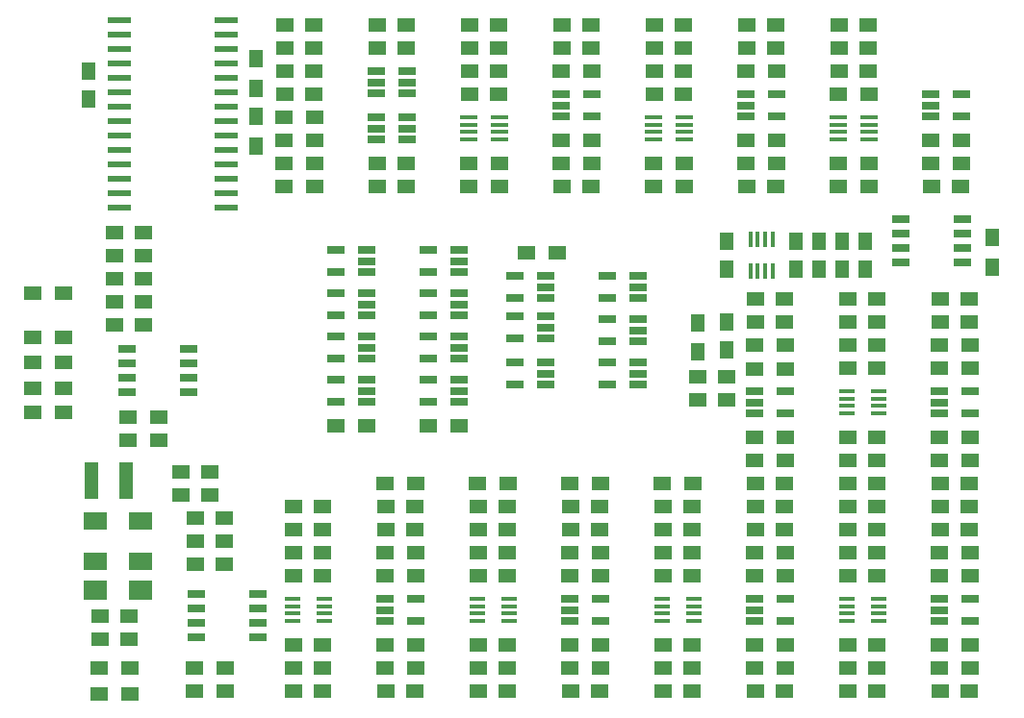
<source format=gbr>
G04 #@! TF.FileFunction,Paste,Bot*
%FSLAX46Y46*%
G04 Gerber Fmt 4.6, Leading zero omitted, Abs format (unit mm)*
G04 Created by KiCad (PCBNEW 4.0.6) date 04/24/18 14:39:14*
%MOMM*%
%LPD*%
G01*
G04 APERTURE LIST*
%ADD10C,0.100000*%
%ADD11R,1.500000X1.300000*%
%ADD12R,1.560000X0.650000*%
%ADD13R,1.400000X0.400000*%
%ADD14R,1.500000X1.250000*%
%ADD15R,2.000000X1.600000*%
%ADD16R,1.250000X1.500000*%
%ADD17R,1.200000X3.300000*%
%ADD18R,2.000000X1.700000*%
%ADD19R,1.300000X1.500000*%
%ADD20R,1.550000X0.650000*%
%ADD21R,0.400000X1.400000*%
%ADD22R,1.560000X0.400000*%
%ADD23R,2.000000X0.600000*%
G04 APERTURE END LIST*
D10*
D11*
X68914000Y55880000D03*
X66214000Y55880000D03*
D12*
X33702000Y62042000D03*
X33702000Y62992000D03*
X33702000Y63942000D03*
X36402000Y63942000D03*
X36402000Y62042000D03*
X36402000Y62992000D03*
D13*
X42542000Y15540000D03*
X42542000Y16180000D03*
X42542000Y16840000D03*
X42542000Y17480000D03*
X45342000Y17480000D03*
X45342000Y16840000D03*
X45342000Y16180000D03*
X45342000Y15540000D03*
D14*
X28936000Y13462000D03*
X26436000Y13462000D03*
D15*
X8922000Y20828000D03*
X12922000Y20828000D03*
X8922000Y24384000D03*
X12922000Y24384000D03*
D14*
X9418000Y13970000D03*
X11918000Y13970000D03*
X9418000Y16002000D03*
X11918000Y16002000D03*
D16*
X74676000Y46502000D03*
X74676000Y49002000D03*
X76708000Y46502000D03*
X76708000Y49002000D03*
D14*
X34564000Y25654000D03*
X37064000Y25654000D03*
X37064000Y23622000D03*
X34564000Y23622000D03*
X28936000Y9398000D03*
X26436000Y9398000D03*
X26436000Y25654000D03*
X28936000Y25654000D03*
X26436000Y23622000D03*
X28936000Y23622000D03*
X28936000Y21590000D03*
X26436000Y21590000D03*
X28936000Y19558000D03*
X26436000Y19558000D03*
X28936000Y11430000D03*
X26436000Y11430000D03*
X50820000Y25654000D03*
X53320000Y25654000D03*
X53320000Y23622000D03*
X50820000Y23622000D03*
X45192000Y9398000D03*
X42692000Y9398000D03*
X42692000Y25654000D03*
X45192000Y25654000D03*
X42692000Y23622000D03*
X45192000Y23622000D03*
X45192000Y21590000D03*
X42692000Y21590000D03*
X45192000Y19558000D03*
X42692000Y19558000D03*
X45192000Y13462000D03*
X42692000Y13462000D03*
X45192000Y11430000D03*
X42692000Y11430000D03*
X67076000Y25654000D03*
X69576000Y25654000D03*
X69576000Y23622000D03*
X67076000Y23622000D03*
X61448000Y9398000D03*
X58948000Y9398000D03*
X58948000Y25654000D03*
X61448000Y25654000D03*
X58948000Y23622000D03*
X61448000Y23622000D03*
X61448000Y21590000D03*
X58948000Y21590000D03*
X61448000Y19558000D03*
X58948000Y19558000D03*
X61448000Y13462000D03*
X58948000Y13462000D03*
X61448000Y11430000D03*
X58948000Y11430000D03*
X83332000Y25654000D03*
X85832000Y25654000D03*
X85832000Y23622000D03*
X83332000Y23622000D03*
X77704000Y9398000D03*
X75204000Y9398000D03*
X75204000Y25654000D03*
X77704000Y25654000D03*
X75204000Y23622000D03*
X77704000Y23622000D03*
X77704000Y21590000D03*
X75204000Y21590000D03*
X77704000Y19558000D03*
X75204000Y19558000D03*
X77704000Y13462000D03*
X75204000Y13462000D03*
X77704000Y11430000D03*
X75204000Y11430000D03*
X67076000Y43942000D03*
X69576000Y43942000D03*
X69576000Y41910000D03*
X67076000Y41910000D03*
X64496000Y35052000D03*
X61996000Y35052000D03*
X64496000Y37084000D03*
X61996000Y37084000D03*
D16*
X64516000Y39390000D03*
X64516000Y41890000D03*
X61976000Y41763000D03*
X61976000Y39263000D03*
X64516000Y46502000D03*
X64516000Y49002000D03*
X70612000Y46502000D03*
X70612000Y49002000D03*
X72644000Y46502000D03*
X72644000Y49002000D03*
D14*
X83332000Y43942000D03*
X85832000Y43942000D03*
X85832000Y41910000D03*
X83332000Y41910000D03*
X75204000Y27686000D03*
X77704000Y27686000D03*
X75204000Y43942000D03*
X77704000Y43942000D03*
X75204000Y41910000D03*
X77704000Y41910000D03*
X77704000Y39878000D03*
X75204000Y39878000D03*
X77704000Y37846000D03*
X75204000Y37846000D03*
X75204000Y31750000D03*
X77704000Y31750000D03*
X75204000Y29718000D03*
X77704000Y29718000D03*
X66314000Y68072000D03*
X68814000Y68072000D03*
X68814000Y66040000D03*
X66314000Y66040000D03*
X76942000Y66040000D03*
X74442000Y66040000D03*
X74442000Y68072000D03*
X76942000Y68072000D03*
X74442000Y64008000D03*
X76942000Y64008000D03*
X60686000Y61976000D03*
X58186000Y61976000D03*
X52558000Y68072000D03*
X50058000Y68072000D03*
X60686000Y66040000D03*
X58186000Y66040000D03*
X58186000Y68072000D03*
X60686000Y68072000D03*
X58186000Y64008000D03*
X60686000Y64008000D03*
X44430000Y61976000D03*
X41930000Y61976000D03*
X41930000Y64008000D03*
X44430000Y64008000D03*
X44430000Y66040000D03*
X41930000Y66040000D03*
X41930000Y68072000D03*
X44430000Y68072000D03*
X52558000Y66040000D03*
X50058000Y66040000D03*
X36302000Y68072000D03*
X33802000Y68072000D03*
X36302000Y66040000D03*
X33802000Y66040000D03*
X36302000Y55880000D03*
X33802000Y55880000D03*
X36302000Y53848000D03*
X33802000Y53848000D03*
X25674000Y68072000D03*
X28174000Y68072000D03*
X25674000Y66040000D03*
X28174000Y66040000D03*
X25674000Y64008000D03*
X28174000Y64008000D03*
X25674000Y61976000D03*
X28174000Y61976000D03*
X13188000Y49784000D03*
X10688000Y49784000D03*
X13188000Y47752000D03*
X10688000Y47752000D03*
X13188000Y45720000D03*
X10688000Y45720000D03*
X13188000Y43688000D03*
X10688000Y43688000D03*
X13188000Y41656000D03*
X10688000Y41656000D03*
X19030000Y28702000D03*
X16530000Y28702000D03*
X19030000Y26670000D03*
X16530000Y26670000D03*
X20300000Y24638000D03*
X17800000Y24638000D03*
X20300000Y22606000D03*
X17800000Y22606000D03*
X20300000Y20574000D03*
X17800000Y20574000D03*
D16*
X8382000Y61488000D03*
X8382000Y63988000D03*
D17*
X11710000Y27940000D03*
X8610000Y27940000D03*
D14*
X37064000Y9398000D03*
X34564000Y9398000D03*
X50820000Y9398000D03*
X53320000Y9398000D03*
X69576000Y9398000D03*
X67076000Y9398000D03*
X85832000Y9398000D03*
X83332000Y9398000D03*
X67076000Y27686000D03*
X69576000Y27686000D03*
X85832000Y27686000D03*
X83332000Y27686000D03*
X85070000Y53848000D03*
X82570000Y53848000D03*
X68814000Y53848000D03*
X66314000Y53848000D03*
X52558000Y53848000D03*
X50058000Y53848000D03*
D18*
X8922000Y18288000D03*
X12922000Y18288000D03*
D11*
X46910000Y48006000D03*
X49610000Y48006000D03*
X32846000Y32766000D03*
X30146000Y32766000D03*
X40974000Y32766000D03*
X38274000Y32766000D03*
X12018000Y9144000D03*
X9318000Y9144000D03*
X12018000Y11430000D03*
X9318000Y11430000D03*
X6176000Y44450000D03*
X3476000Y44450000D03*
D19*
X87884000Y49356000D03*
X87884000Y46656000D03*
D11*
X34464000Y11430000D03*
X37164000Y11430000D03*
X37164000Y13462000D03*
X34464000Y13462000D03*
X37164000Y21590000D03*
X34464000Y21590000D03*
X34464000Y19558000D03*
X37164000Y19558000D03*
X50720000Y11430000D03*
X53420000Y11430000D03*
X53420000Y13462000D03*
X50720000Y13462000D03*
X53420000Y21590000D03*
X50720000Y21590000D03*
X50720000Y19558000D03*
X53420000Y19558000D03*
X66976000Y11430000D03*
X69676000Y11430000D03*
X69676000Y13462000D03*
X66976000Y13462000D03*
X69676000Y21590000D03*
X66976000Y21590000D03*
X66976000Y19558000D03*
X69676000Y19558000D03*
X83232000Y11430000D03*
X85932000Y11430000D03*
X85932000Y13462000D03*
X83232000Y13462000D03*
X85932000Y21590000D03*
X83232000Y21590000D03*
X83232000Y19558000D03*
X85932000Y19558000D03*
X69676000Y29718000D03*
X66976000Y29718000D03*
X66976000Y31750000D03*
X69676000Y31750000D03*
X69676000Y39878000D03*
X66976000Y39878000D03*
X69676000Y37719000D03*
X66976000Y37719000D03*
X83232000Y29718000D03*
X85932000Y29718000D03*
X83232000Y31750000D03*
X85932000Y31750000D03*
X85932000Y39878000D03*
X83232000Y39878000D03*
X83232000Y37846000D03*
X85932000Y37846000D03*
X45292000Y27686000D03*
X42592000Y27686000D03*
X34464000Y27686000D03*
X37164000Y27686000D03*
X61548000Y27686000D03*
X58848000Y27686000D03*
X53420000Y27686000D03*
X50720000Y27686000D03*
X77042000Y53848000D03*
X74342000Y53848000D03*
X77042000Y55880000D03*
X74342000Y55880000D03*
X85170000Y55880000D03*
X82470000Y55880000D03*
X82470000Y57912000D03*
X85170000Y57912000D03*
X74342000Y61976000D03*
X77042000Y61976000D03*
X60786000Y53848000D03*
X58086000Y53848000D03*
X60786000Y55880000D03*
X58086000Y55880000D03*
X66214000Y57912000D03*
X68914000Y57912000D03*
X68914000Y64008000D03*
X66214000Y64008000D03*
X44530000Y53848000D03*
X41830000Y53848000D03*
X44530000Y55880000D03*
X41830000Y55880000D03*
X52658000Y55880000D03*
X49958000Y55880000D03*
X49958000Y57912000D03*
X52658000Y57912000D03*
X52658000Y64008000D03*
X49958000Y64008000D03*
X14558000Y31496000D03*
X11858000Y31496000D03*
X11858000Y33528000D03*
X14558000Y33528000D03*
X20400000Y9398000D03*
X17700000Y9398000D03*
X17700000Y11430000D03*
X20400000Y11430000D03*
X3476000Y40513000D03*
X6176000Y40513000D03*
X3476000Y38354000D03*
X6176000Y38354000D03*
X3476000Y36068000D03*
X6176000Y36068000D03*
X3476000Y33909000D03*
X6176000Y33909000D03*
X25574000Y59944000D03*
X28274000Y59944000D03*
X28274000Y57912000D03*
X25574000Y57912000D03*
X25574000Y55880000D03*
X28274000Y55880000D03*
X28274000Y53848000D03*
X25574000Y53848000D03*
D19*
X23114000Y62404000D03*
X23114000Y65104000D03*
X23114000Y57324000D03*
X23114000Y60024000D03*
D20*
X79850000Y47117000D03*
X79850000Y48387000D03*
X79850000Y49657000D03*
X79850000Y50927000D03*
X85250000Y50927000D03*
X85250000Y49657000D03*
X85250000Y48387000D03*
X85250000Y47117000D03*
D12*
X40974000Y40574000D03*
X40974000Y39624000D03*
X40974000Y38674000D03*
X38274000Y38674000D03*
X38274000Y40574000D03*
X40974000Y44384000D03*
X40974000Y43434000D03*
X40974000Y42484000D03*
X38274000Y42484000D03*
X38274000Y44384000D03*
X40974000Y48194000D03*
X40974000Y47244000D03*
X40974000Y46294000D03*
X38274000Y46294000D03*
X38274000Y48194000D03*
X32846000Y40574000D03*
X32846000Y39624000D03*
X32846000Y38674000D03*
X30146000Y38674000D03*
X30146000Y40574000D03*
X32846000Y44384000D03*
X32846000Y43434000D03*
X32846000Y42484000D03*
X30146000Y42484000D03*
X30146000Y44384000D03*
X32846000Y48194000D03*
X32846000Y47244000D03*
X32846000Y46294000D03*
X30146000Y46294000D03*
X30146000Y48194000D03*
X34464000Y15560000D03*
X34464000Y16510000D03*
X34464000Y17460000D03*
X37164000Y17460000D03*
X37164000Y15560000D03*
D13*
X26286000Y15540000D03*
X26286000Y16180000D03*
X26286000Y16840000D03*
X26286000Y17480000D03*
X29086000Y17480000D03*
X29086000Y16840000D03*
X29086000Y16180000D03*
X29086000Y15540000D03*
D12*
X50720000Y15560000D03*
X50720000Y16510000D03*
X50720000Y17460000D03*
X53420000Y17460000D03*
X53420000Y15560000D03*
X66976000Y15560000D03*
X66976000Y16510000D03*
X66976000Y17460000D03*
X69676000Y17460000D03*
X69676000Y15560000D03*
D13*
X58798000Y15540000D03*
X58798000Y16180000D03*
X58798000Y16840000D03*
X58798000Y17480000D03*
X61598000Y17480000D03*
X61598000Y16840000D03*
X61598000Y16180000D03*
X61598000Y15540000D03*
D12*
X83232000Y15560000D03*
X83232000Y16510000D03*
X83232000Y17460000D03*
X85932000Y17460000D03*
X85932000Y15560000D03*
D13*
X75054000Y15540000D03*
X75054000Y16180000D03*
X75054000Y16840000D03*
X75054000Y17480000D03*
X77854000Y17480000D03*
X77854000Y16840000D03*
X77854000Y16180000D03*
X77854000Y15540000D03*
D12*
X66976000Y33848000D03*
X66976000Y34798000D03*
X66976000Y35748000D03*
X69676000Y35748000D03*
X69676000Y33848000D03*
D21*
X66594000Y49152000D03*
X67234000Y49152000D03*
X67894000Y49152000D03*
X68534000Y49152000D03*
X68534000Y46352000D03*
X67894000Y46352000D03*
X67234000Y46352000D03*
X66594000Y46352000D03*
D12*
X83232000Y33848000D03*
X83232000Y34798000D03*
X83232000Y35748000D03*
X85932000Y35748000D03*
X85932000Y33848000D03*
D13*
X75054000Y33828000D03*
X75054000Y34468000D03*
X75054000Y35128000D03*
X75054000Y35768000D03*
X77854000Y35768000D03*
X77854000Y35128000D03*
X77854000Y34468000D03*
X77854000Y33828000D03*
D12*
X32846000Y36764000D03*
X32846000Y35814000D03*
X32846000Y34864000D03*
X30146000Y34864000D03*
X30146000Y36764000D03*
X40974000Y36764000D03*
X40974000Y35814000D03*
X40974000Y34864000D03*
X38274000Y34864000D03*
X38274000Y36764000D03*
X48594000Y38288000D03*
X48594000Y37338000D03*
X48594000Y36388000D03*
X45894000Y36388000D03*
X45894000Y38288000D03*
X48594000Y42352000D03*
X48594000Y41402000D03*
X48594000Y40452000D03*
X45894000Y40452000D03*
X45894000Y42352000D03*
X48594000Y45908000D03*
X48594000Y44958000D03*
X48594000Y44008000D03*
X45894000Y44008000D03*
X45894000Y45908000D03*
X56722000Y45908000D03*
X56722000Y44958000D03*
X56722000Y44008000D03*
X54022000Y44008000D03*
X54022000Y45908000D03*
X56722000Y38288000D03*
X56722000Y37338000D03*
X56722000Y36388000D03*
X54022000Y36388000D03*
X54022000Y38288000D03*
X56722000Y42098000D03*
X56722000Y41148000D03*
X56722000Y40198000D03*
X54022000Y40198000D03*
X54022000Y42098000D03*
D22*
X74342000Y57948000D03*
X74342000Y58598000D03*
X74342000Y59258000D03*
X74342000Y59908000D03*
X77042000Y59908000D03*
X77042000Y59258000D03*
X77042000Y58598000D03*
X77042000Y57948000D03*
D12*
X82470000Y60010000D03*
X82470000Y60960000D03*
X82470000Y61910000D03*
X85170000Y61910000D03*
X85170000Y60010000D03*
D22*
X58086000Y57948000D03*
X58086000Y58598000D03*
X58086000Y59258000D03*
X58086000Y59908000D03*
X60786000Y59908000D03*
X60786000Y59258000D03*
X60786000Y58598000D03*
X60786000Y57948000D03*
D12*
X66214000Y60010000D03*
X66214000Y60960000D03*
X66214000Y61910000D03*
X68914000Y61910000D03*
X68914000Y60010000D03*
D22*
X41830000Y57948000D03*
X41830000Y58598000D03*
X41830000Y59258000D03*
X41830000Y59908000D03*
X44530000Y59908000D03*
X44530000Y59258000D03*
X44530000Y58598000D03*
X44530000Y57948000D03*
D12*
X49958000Y60010000D03*
X49958000Y60960000D03*
X49958000Y61910000D03*
X52658000Y61910000D03*
X52658000Y60010000D03*
X33702000Y57978000D03*
X33702000Y58928000D03*
X33702000Y59878000D03*
X36402000Y59878000D03*
X36402000Y57978000D03*
X36402000Y58928000D03*
D20*
X11778000Y35687000D03*
X11778000Y36957000D03*
X11778000Y38227000D03*
X11778000Y39497000D03*
X17178000Y39497000D03*
X17178000Y38227000D03*
X17178000Y36957000D03*
X17178000Y35687000D03*
X17874000Y14097000D03*
X17874000Y15367000D03*
X17874000Y16637000D03*
X17874000Y17907000D03*
X23274000Y17907000D03*
X23274000Y16637000D03*
X23274000Y15367000D03*
X23274000Y14097000D03*
D23*
X11048000Y51943000D03*
X11048000Y53213000D03*
X11048000Y54483000D03*
X11048000Y55753000D03*
X11048000Y57023000D03*
X11048000Y58293000D03*
X11048000Y59563000D03*
X11048000Y60833000D03*
X11048000Y62103000D03*
X11048000Y63373000D03*
X11048000Y64643000D03*
X11048000Y65913000D03*
X11048000Y67183000D03*
X11048000Y68453000D03*
X20448000Y68453000D03*
X20448000Y67183000D03*
X20448000Y65913000D03*
X20448000Y64643000D03*
X20448000Y63373000D03*
X20448000Y62103000D03*
X20448000Y60833000D03*
X20448000Y59563000D03*
X20448000Y58293000D03*
X20448000Y57023000D03*
X20448000Y55753000D03*
X20448000Y54483000D03*
X20448000Y53213000D03*
X20448000Y51943000D03*
M02*

</source>
